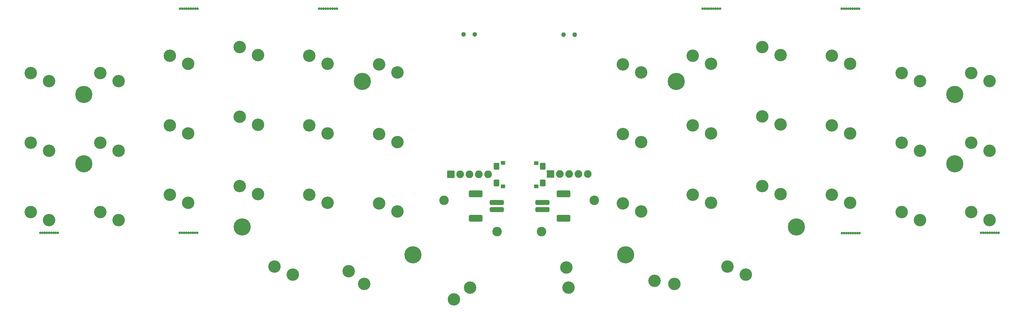
<source format=gts>
%TF.GenerationSoftware,KiCad,Pcbnew,(6.0.9-0)*%
%TF.CreationDate,2022-12-17T09:44:14-06:00*%
%TF.ProjectId,cho-corne-ice,63686f2d-636f-4726-9e65-2d6963652e6b,v0.2*%
%TF.SameCoordinates,Original*%
%TF.FileFunction,Soldermask,Top*%
%TF.FilePolarity,Negative*%
%FSLAX46Y46*%
G04 Gerber Fmt 4.6, Leading zero omitted, Abs format (unit mm)*
G04 Created by KiCad (PCBNEW (6.0.9-0)) date 2022-12-17 09:44:14*
%MOMM*%
%LPD*%
G01*
G04 APERTURE LIST*
G04 Aperture macros list*
%AMRoundRect*
0 Rectangle with rounded corners*
0 $1 Rounding radius*
0 $2 $3 $4 $5 $6 $7 $8 $9 X,Y pos of 4 corners*
0 Add a 4 corners polygon primitive as box body*
4,1,4,$2,$3,$4,$5,$6,$7,$8,$9,$2,$3,0*
0 Add four circle primitives for the rounded corners*
1,1,$1+$1,$2,$3*
1,1,$1+$1,$4,$5*
1,1,$1+$1,$6,$7*
1,1,$1+$1,$8,$9*
0 Add four rect primitives between the rounded corners*
20,1,$1+$1,$2,$3,$4,$5,0*
20,1,$1+$1,$4,$5,$6,$7,0*
20,1,$1+$1,$6,$7,$8,$9,0*
20,1,$1+$1,$8,$9,$2,$3,0*%
G04 Aperture macros list end*
%ADD10RoundRect,0.200000X0.400000X-0.300000X0.400000X0.300000X-0.400000X0.300000X-0.400000X-0.300000X0*%
%ADD11RoundRect,0.200000X0.525000X-0.725000X0.525000X0.725000X-0.525000X0.725000X-0.525000X-0.725000X0*%
%ADD12C,3.400000*%
%ADD13RoundRect,0.200000X-0.400000X0.300000X-0.400000X-0.300000X0.400000X-0.300000X0.400000X0.300000X0*%
%ADD14RoundRect,0.200000X-0.525000X0.725000X-0.525000X-0.725000X0.525000X-0.725000X0.525000X0.725000X0*%
%ADD15C,4.700000*%
%ADD16C,2.600000*%
%ADD17C,0.700000*%
%ADD18RoundRect,0.200000X0.850000X-0.850000X0.850000X0.850000X-0.850000X0.850000X-0.850000X-0.850000X0*%
%ADD19O,2.100000X2.100000*%
%ADD20RoundRect,0.450000X-1.500000X0.250000X-1.500000X-0.250000X1.500000X-0.250000X1.500000X0.250000X0*%
%ADD21RoundRect,0.450001X-1.449999X0.499999X-1.449999X-0.499999X1.449999X-0.499999X1.449999X0.499999X0*%
%ADD22RoundRect,0.450000X1.500000X-0.250000X1.500000X0.250000X-1.500000X0.250000X-1.500000X-0.250000X0*%
%ADD23RoundRect,0.450001X1.449999X-0.499999X1.449999X0.499999X-1.449999X0.499999X-1.449999X-0.499999X0*%
%ADD24C,1.300000*%
G04 APERTURE END LIST*
D10*
X143882500Y-70405000D03*
X143882500Y-64005000D03*
D11*
X142157500Y-64930000D03*
X142157500Y-69480000D03*
D12*
X39107500Y-41680000D03*
X34107500Y-39480000D03*
X53107500Y-34730000D03*
X58107500Y-36930000D03*
X72107500Y-32355000D03*
X77107500Y-34555000D03*
X96107500Y-36930000D03*
X91107500Y-34730000D03*
X15107500Y-58480000D03*
X20107500Y-60680000D03*
X39107500Y-60680000D03*
X34107500Y-58480000D03*
X58107500Y-55930000D03*
X53107500Y-53730000D03*
X77107500Y-53555000D03*
X72107500Y-51355000D03*
X96107500Y-55930000D03*
X91107500Y-53730000D03*
X115107500Y-58305000D03*
X110107500Y-56105000D03*
X15107500Y-77480000D03*
X20107500Y-79680000D03*
X39107500Y-79680000D03*
X34107500Y-77480000D03*
X53107500Y-72730000D03*
X58107500Y-74930000D03*
X77107500Y-72555000D03*
X72107500Y-70355000D03*
X96107500Y-74930000D03*
X91107500Y-72730000D03*
X115107500Y-77305000D03*
X110107500Y-75105000D03*
X86607500Y-94555000D03*
X81607500Y-92355000D03*
X101820240Y-93684830D03*
X106080468Y-97103962D03*
X134967050Y-98105000D03*
X130561794Y-101335127D03*
X161754950Y-98100000D03*
X161160206Y-92669873D03*
D13*
X153007500Y-70455000D03*
X153007500Y-64055000D03*
D14*
X154732500Y-69530000D03*
X154732500Y-64980000D03*
D12*
X214614500Y-70350000D03*
X219614500Y-72550000D03*
X200614500Y-74925000D03*
X195614500Y-72725000D03*
X181614500Y-77300000D03*
X176614500Y-75100000D03*
X210114500Y-94550000D03*
X205114500Y-92350000D03*
X185242501Y-96268021D03*
X190641532Y-97098962D03*
X219614500Y-34550000D03*
X214614500Y-32350000D03*
X200614500Y-36925000D03*
X195614500Y-34725000D03*
X276614500Y-60675000D03*
X271614500Y-58475000D03*
X233614500Y-34725000D03*
X238614500Y-36925000D03*
X257614500Y-60675000D03*
X252614500Y-58475000D03*
X257614500Y-79675000D03*
X252614500Y-77475000D03*
X233614500Y-72725000D03*
X238614500Y-74925000D03*
X276614500Y-41675000D03*
X271614500Y-39475000D03*
X257614500Y-41675000D03*
X252614500Y-39475000D03*
X233614500Y-53725000D03*
X238614500Y-55925000D03*
X219614500Y-53550000D03*
X214614500Y-51350000D03*
X195614500Y-53725000D03*
X200614500Y-55925000D03*
X176614500Y-56100000D03*
X181614500Y-58300000D03*
X271614500Y-77475000D03*
X276614500Y-79675000D03*
X20107500Y-41680000D03*
X15107500Y-39480000D03*
D15*
X105575500Y-41765500D03*
X72764500Y-81520500D03*
X119330500Y-89135000D03*
D16*
X127869500Y-74254000D03*
X142301500Y-82775000D03*
D15*
X177389500Y-89145000D03*
X223955500Y-81530500D03*
X267099500Y-45265500D03*
X191144500Y-41775500D03*
D12*
X110107500Y-37105000D03*
X115107500Y-39305000D03*
X181607500Y-39305000D03*
X176607500Y-37105000D03*
D15*
X29607500Y-64280000D03*
X29607500Y-45280000D03*
D17*
X60611750Y-21869000D03*
X57643000Y-21869000D03*
X60018000Y-21869000D03*
X58830500Y-21869000D03*
X59424250Y-21869000D03*
X55861750Y-21869000D03*
X56455500Y-21869000D03*
X57049250Y-21869000D03*
X58236750Y-21869000D03*
X96207500Y-21873000D03*
X98582500Y-21873000D03*
X95613750Y-21873000D03*
X97395000Y-21873000D03*
X94426250Y-21873000D03*
X93832500Y-21873000D03*
X97988750Y-21873000D03*
X96801250Y-21873000D03*
X95020000Y-21873000D03*
X17787500Y-83176000D03*
X18381250Y-83176000D03*
X21943750Y-83176000D03*
X22537500Y-83176000D03*
X21350000Y-83176000D03*
X19568750Y-83176000D03*
X20162500Y-83176000D03*
X20756250Y-83176000D03*
X18975000Y-83176000D03*
X57529750Y-83178000D03*
X58717250Y-83178000D03*
X60498500Y-83178000D03*
X56342250Y-83178000D03*
X58123500Y-83178000D03*
X59904750Y-83178000D03*
X55748500Y-83178000D03*
X59311000Y-83178000D03*
X56936000Y-83178000D03*
D18*
X156897500Y-67020000D03*
D19*
X159437500Y-67020000D03*
X161977500Y-67020000D03*
X164517500Y-67020000D03*
X167057500Y-67020000D03*
D20*
X142210500Y-74812000D03*
X142210500Y-76812000D03*
D21*
X136460500Y-72462000D03*
X136460500Y-79162000D03*
D18*
X129698500Y-67151000D03*
D19*
X132238500Y-67151000D03*
X134778500Y-67151000D03*
X137318500Y-67151000D03*
X139858500Y-67151000D03*
D22*
X154671500Y-76812000D03*
X154671500Y-74812000D03*
D23*
X160421500Y-72462000D03*
X160421500Y-79162000D03*
D16*
X154418500Y-82785000D03*
D15*
X267099500Y-64265500D03*
D16*
X168850500Y-74264000D03*
D17*
X278436750Y-83183000D03*
X274280500Y-83183000D03*
X276061750Y-83183000D03*
X276655500Y-83183000D03*
X279030500Y-83183000D03*
X277843000Y-83183000D03*
X274874250Y-83183000D03*
X275468000Y-83183000D03*
X277249250Y-83183000D03*
X200737500Y-21885000D03*
X201925000Y-21885000D03*
X200143750Y-21885000D03*
X201331250Y-21885000D03*
X198956250Y-21885000D03*
X202518750Y-21885000D03*
X198362500Y-21885000D03*
X199550000Y-21885000D03*
X203112500Y-21885000D03*
X238649500Y-21870000D03*
X240430750Y-21870000D03*
X236868250Y-21870000D03*
X241024500Y-21870000D03*
X239243250Y-21870000D03*
X236274500Y-21870000D03*
X237462000Y-21870000D03*
X238055750Y-21870000D03*
X239837000Y-21870000D03*
X236960250Y-83193000D03*
X238741500Y-83193000D03*
X241116500Y-83193000D03*
X238147750Y-83193000D03*
X240522750Y-83193000D03*
X237554000Y-83193000D03*
X236366500Y-83193000D03*
X239929000Y-83193000D03*
X239335250Y-83193000D03*
D24*
X163462500Y-28930000D03*
X160462500Y-28930000D03*
X136193787Y-28910000D03*
X133193787Y-28910000D03*
M02*

</source>
